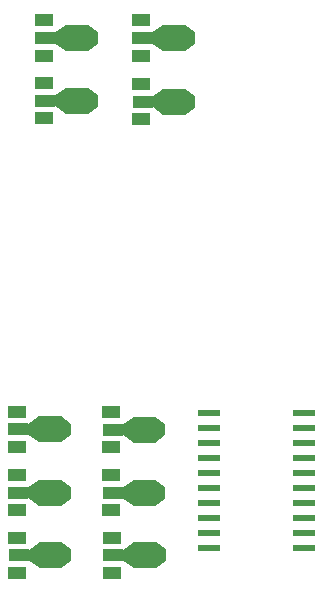
<source format=gtp>
G04 #@! TF.GenerationSoftware,KiCad,Pcbnew,(2017-11-06 revision 9df4ae65e)-makepkg*
G04 #@! TF.CreationDate,2019-02-04T19:17:37-08:00*
G04 #@! TF.ProjectId,Behavior rig board,4265686176696F722072696720626F61,rev?*
G04 #@! TF.SameCoordinates,Original*
G04 #@! TF.FileFunction,Paste,Top*
G04 #@! TF.FilePolarity,Positive*
%FSLAX46Y46*%
G04 Gerber Fmt 4.6, Leading zero omitted, Abs format (unit mm)*
G04 Created by KiCad (PCBNEW (2017-11-06 revision 9df4ae65e)-makepkg) date 02/04/19 19:17:38*
%MOMM*%
%LPD*%
G01*
G04 APERTURE LIST*
%ADD10R,1.950000X0.600000*%
%ADD11C,1.000000*%
%ADD12C,0.100000*%
%ADD13R,1.840000X2.200000*%
%ADD14R,1.500000X1.000000*%
%ADD15R,1.800000X1.000000*%
%ADD16C,0.850000*%
G04 APERTURE END LIST*
D10*
X186770000Y-84365000D03*
X186770000Y-85635000D03*
X186770000Y-86905000D03*
X186770000Y-88175000D03*
X186770000Y-89445000D03*
X186770000Y-90715000D03*
X186770000Y-91985000D03*
X186770000Y-93255000D03*
X186770000Y-94525000D03*
X186770000Y-95795000D03*
X194890000Y-95815000D03*
X194890000Y-94545000D03*
X194890000Y-93275000D03*
X194890000Y-92005000D03*
X194890000Y-90735000D03*
X194890000Y-89465000D03*
X194890000Y-88195000D03*
X194890000Y-86925000D03*
X194890000Y-85655000D03*
X194890000Y-84385000D03*
D11*
X179963800Y-96400000D03*
D12*
G36*
X180463800Y-97500000D02*
X179463800Y-96800000D01*
X179463800Y-96000000D01*
X180463800Y-95300000D01*
X180463800Y-97500000D01*
X180463800Y-97500000D01*
G37*
D13*
X181373500Y-96400000D03*
D14*
X178560000Y-97900000D03*
D15*
X178706500Y-96400000D03*
D14*
X178560000Y-94900000D03*
D16*
X182707000Y-96400000D03*
D12*
G36*
X182282000Y-95300000D02*
X183132000Y-95900000D01*
X183132000Y-96900000D01*
X182282000Y-97500000D01*
X182282000Y-95300000D01*
X182282000Y-95300000D01*
G37*
D11*
X171963800Y-96400000D03*
D12*
G36*
X172463800Y-97500000D02*
X171463800Y-96800000D01*
X171463800Y-96000000D01*
X172463800Y-95300000D01*
X172463800Y-97500000D01*
X172463800Y-97500000D01*
G37*
D13*
X173373500Y-96400000D03*
D14*
X170560000Y-97900000D03*
D15*
X170706500Y-96400000D03*
D14*
X170560000Y-94900000D03*
D16*
X174707000Y-96400000D03*
D12*
G36*
X174282000Y-95300000D02*
X175132000Y-95900000D01*
X175132000Y-96900000D01*
X174282000Y-97500000D01*
X174282000Y-95300000D01*
X174282000Y-95300000D01*
G37*
D16*
X182677000Y-91110000D03*
D12*
G36*
X182252000Y-90010000D02*
X183102000Y-90610000D01*
X183102000Y-91610000D01*
X182252000Y-92210000D01*
X182252000Y-90010000D01*
X182252000Y-90010000D01*
G37*
D14*
X178530000Y-89610000D03*
D15*
X178676500Y-91110000D03*
D14*
X178530000Y-92610000D03*
D13*
X181343500Y-91110000D03*
D11*
X179933800Y-91110000D03*
D12*
G36*
X180433800Y-92210000D02*
X179433800Y-91510000D01*
X179433800Y-90710000D01*
X180433800Y-90010000D01*
X180433800Y-92210000D01*
X180433800Y-92210000D01*
G37*
D11*
X171933800Y-91100000D03*
D12*
G36*
X172433800Y-92200000D02*
X171433800Y-91500000D01*
X171433800Y-90700000D01*
X172433800Y-90000000D01*
X172433800Y-92200000D01*
X172433800Y-92200000D01*
G37*
D13*
X173343500Y-91100000D03*
D14*
X170530000Y-92600000D03*
D15*
X170676500Y-91100000D03*
D14*
X170530000Y-89600000D03*
D16*
X174677000Y-91100000D03*
D12*
G36*
X174252000Y-90000000D02*
X175102000Y-90600000D01*
X175102000Y-91600000D01*
X174252000Y-92200000D01*
X174252000Y-90000000D01*
X174252000Y-90000000D01*
G37*
D16*
X182667000Y-85760000D03*
D12*
G36*
X182242000Y-84660000D02*
X183092000Y-85260000D01*
X183092000Y-86260000D01*
X182242000Y-86860000D01*
X182242000Y-84660000D01*
X182242000Y-84660000D01*
G37*
D14*
X178520000Y-84260000D03*
D15*
X178666500Y-85760000D03*
D14*
X178520000Y-87260000D03*
D13*
X181333500Y-85760000D03*
D11*
X179923800Y-85760000D03*
D12*
G36*
X180423800Y-86860000D02*
X179423800Y-86160000D01*
X179423800Y-85360000D01*
X180423800Y-84660000D01*
X180423800Y-86860000D01*
X180423800Y-86860000D01*
G37*
D11*
X171923800Y-85750000D03*
D12*
G36*
X172423800Y-86850000D02*
X171423800Y-86150000D01*
X171423800Y-85350000D01*
X172423800Y-84650000D01*
X172423800Y-86850000D01*
X172423800Y-86850000D01*
G37*
D13*
X173333500Y-85750000D03*
D14*
X170520000Y-87250000D03*
D15*
X170666500Y-85750000D03*
D14*
X170520000Y-84250000D03*
D16*
X174667000Y-85750000D03*
D12*
G36*
X174242000Y-84650000D02*
X175092000Y-85250000D01*
X175092000Y-86250000D01*
X174242000Y-86850000D01*
X174242000Y-84650000D01*
X174242000Y-84650000D01*
G37*
D16*
X185187000Y-57990000D03*
D12*
G36*
X184762000Y-56890000D02*
X185612000Y-57490000D01*
X185612000Y-58490000D01*
X184762000Y-59090000D01*
X184762000Y-56890000D01*
X184762000Y-56890000D01*
G37*
D14*
X181040000Y-56490000D03*
D15*
X181186500Y-57990000D03*
D14*
X181040000Y-59490000D03*
D13*
X183853500Y-57990000D03*
D11*
X182443800Y-57990000D03*
D12*
G36*
X182943800Y-59090000D02*
X181943800Y-58390000D01*
X181943800Y-57590000D01*
X182943800Y-56890000D01*
X182943800Y-59090000D01*
X182943800Y-59090000D01*
G37*
D11*
X174203800Y-57920000D03*
D12*
G36*
X174703800Y-59020000D02*
X173703800Y-58320000D01*
X173703800Y-57520000D01*
X174703800Y-56820000D01*
X174703800Y-59020000D01*
X174703800Y-59020000D01*
G37*
D13*
X175613500Y-57920000D03*
D14*
X172800000Y-59420000D03*
D15*
X172946500Y-57920000D03*
D14*
X172800000Y-56420000D03*
D16*
X176947000Y-57920000D03*
D12*
G36*
X176522000Y-56820000D02*
X177372000Y-57420000D01*
X177372000Y-58420000D01*
X176522000Y-59020000D01*
X176522000Y-56820000D01*
X176522000Y-56820000D01*
G37*
D16*
X185177000Y-52600000D03*
D12*
G36*
X184752000Y-51500000D02*
X185602000Y-52100000D01*
X185602000Y-53100000D01*
X184752000Y-53700000D01*
X184752000Y-51500000D01*
X184752000Y-51500000D01*
G37*
D14*
X181030000Y-51100000D03*
D15*
X181176500Y-52600000D03*
D14*
X181030000Y-54100000D03*
D13*
X183843500Y-52600000D03*
D11*
X182433800Y-52600000D03*
D12*
G36*
X182933800Y-53700000D02*
X181933800Y-53000000D01*
X181933800Y-52200000D01*
X182933800Y-51500000D01*
X182933800Y-53700000D01*
X182933800Y-53700000D01*
G37*
D11*
X174205200Y-52600000D03*
D12*
G36*
X174705200Y-53700000D02*
X173705200Y-53000000D01*
X173705200Y-52200000D01*
X174705200Y-51500000D01*
X174705200Y-53700000D01*
X174705200Y-53700000D01*
G37*
D13*
X175614900Y-52600000D03*
D14*
X172801400Y-54100000D03*
D15*
X172947900Y-52600000D03*
D14*
X172801400Y-51100000D03*
D16*
X176948400Y-52600000D03*
D12*
G36*
X176523400Y-51500000D02*
X177373400Y-52100000D01*
X177373400Y-53100000D01*
X176523400Y-53700000D01*
X176523400Y-51500000D01*
X176523400Y-51500000D01*
G37*
M02*

</source>
